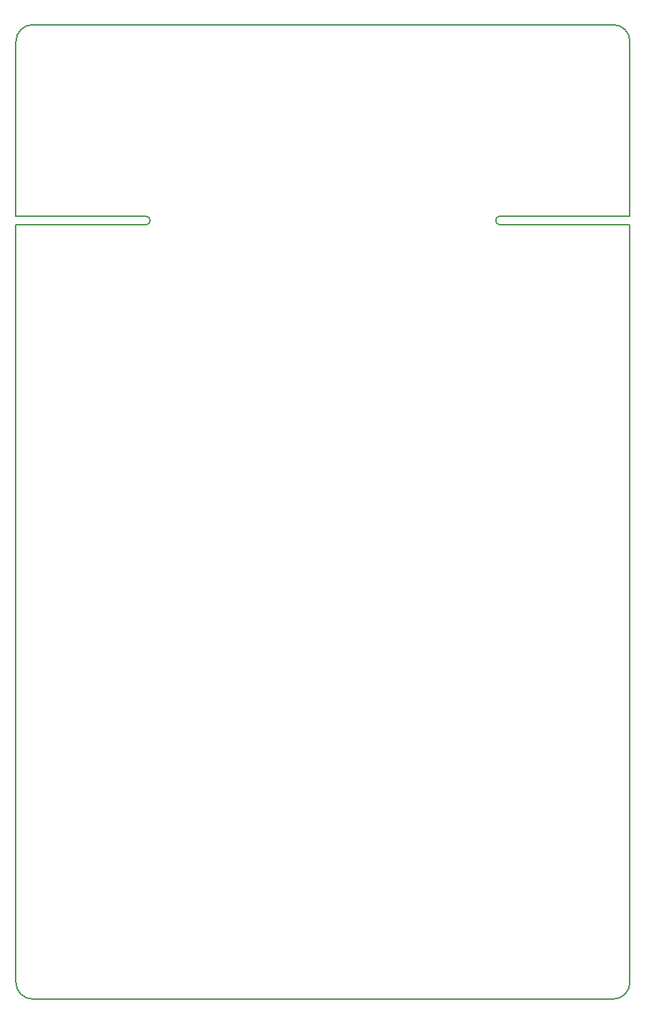
<source format=gbr>
G04 #@! TF.FileFunction,Profile,NP*
%FSLAX46Y46*%
G04 Gerber Fmt 4.6, Leading zero omitted, Abs format (unit mm)*
G04 Created by KiCad (PCBNEW 4.0.1-stable) date 4/15/2016 1:37:43 PM*
%MOMM*%
G01*
G04 APERTURE LIST*
%ADD10C,0.100000*%
%ADD11C,0.127000*%
G04 APERTURE END LIST*
D10*
D11*
X165150000Y-91000000D02*
X149650000Y-91000000D01*
X165150000Y-91000000D02*
X165150000Y-70187500D01*
X92000000Y-182200000D02*
G75*
G03X94000000Y-184200000I2000000J0D01*
G01*
X163150000Y-184200000D02*
G75*
G03X165150000Y-182200000I0J2000000D01*
G01*
X165150000Y-70187500D02*
G75*
G03X163150000Y-68187500I-2000000J0D01*
G01*
X94000000Y-68187500D02*
G75*
G03X92000000Y-70187500I0J-2000000D01*
G01*
X149650000Y-91000000D02*
G75*
G03X149650000Y-92000000I0J-500000D01*
G01*
X165150000Y-92000000D02*
X149650000Y-92000000D01*
X92000000Y-91000000D02*
X92000000Y-70187500D01*
X92000000Y-92000000D02*
X107500000Y-92000000D01*
X107500000Y-92000000D02*
G75*
G03X107500000Y-91000000I0J500000D01*
G01*
X92000000Y-91000000D02*
X107500000Y-91000000D01*
X92000000Y-182200000D02*
X92000000Y-92000000D01*
X165150000Y-182200000D02*
X165150000Y-92000000D01*
X94000000Y-184200000D02*
X163150000Y-184200000D01*
X94000000Y-68187500D02*
X163150000Y-68187500D01*
M02*

</source>
